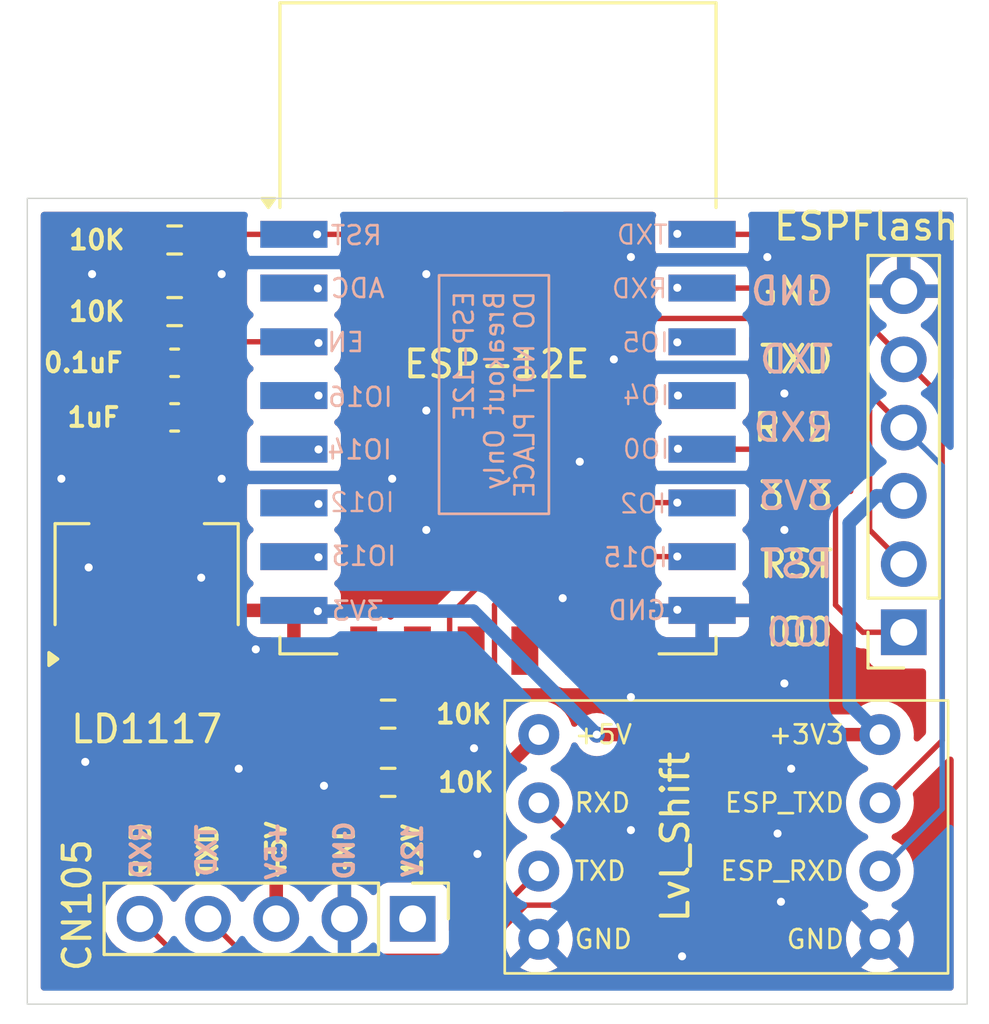
<source format=kicad_pcb>
(kicad_pcb (version 20240108) (generator "pcbnew") (generator_version "8.0")
  (layers (0 "F.Cu" signal) (31 "B.Cu" signal) (34 "B.Paste" user) (35 "F.Paste" user) (36 "B.SilkS" user "B.Silkscreen") (37 "F.SilkS" user "F.Silkscreen") (38 "B.Mask" user) (39 "F.Mask" user) (44 "Edge.Cuts" user))
  (net 0 "")
  (net 1 "GND")
  (net 2 "+3V3")
  (net 3 "/ESP_IO0")
  (net 4 "/RESET")
  (net 5 "/ESP_RXD")
  (net 6 "/ESP_TXD")
  (net 7 "/RXD")
  (net 8 "/TXD")
  (net 9 "+5V")
  (net 10 "+12V")
  (net 11 "/ESP_EN")
  (net 12 "/GPIO2")
  (net 13 "/GPIO15")
  (net 15 "/GPIO12")
  (net 16 "/GPIO13")
  (net 17 "/GPIO14")
  (net 21 "/GPIO5")
  (net 22 "/GPIO16")
  (net 24 "/ADC")
  (net 26 "/GPIO4")
  (footprint "Resistor_SMD:R_0603_1608Metric_Pad0.98x0.95mm_HandSolder" (layer "F.Cu") (at 130.3285 71.755)
    (property "Reference" "R2" (hide yes))
    (property "Value" "10K" (at -2.8975 0 0) (layer "F.SilkS") (effects (font (size 0.7 0.7))))
    (fp_line (start -0.254724 -0.5225) (end 0.254724 -0.5225) (stroke (width 0.12)) (layer "F.SilkS"))
    (fp_line (start -0.254724 0.5225) (end 0.254724 0.5225) (stroke (width 0.12)) (layer "F.SilkS"))
    (pad "1" smd roundrect (at -0.9125 0) (size 0.975 0.95) (layers "F.Cu" "F.Paste" "F.Mask") (net 2 "+3V3"))
    (pad "2" smd roundrect (at 0.9125 0) (size 0.975 0.95) (layers "F.Cu" "F.Paste" "F.Mask") (net 4 "/RESET"))
  )
  (footprint "Capacitor_SMD:C_0603_1608Metric_Pad1.08x0.95mm_HandSolder" (layer "F.Cu") (at 130.3285 78.359)
    (property "Reference" "C1" (hide yes))
    (property "Value" "1uF" (at -3.0245 0 0) (layer "F.SilkS") (effects (font (size 0.7 0.7))))
    (fp_line (start -0.146267 -0.51) (end 0.146267 -0.51) (stroke (width 0.12)) (layer "F.SilkS"))
    (fp_line (start -0.146267 0.51) (end 0.146267 0.51) (stroke (width 0.12)) (layer "F.SilkS"))
    (pad "1" smd roundrect (at -0.8625 0) (size 1.075 0.95) (layers "F.Cu" "F.Paste" "F.Mask") (net 2 "+3V3"))
    (pad "2" smd roundrect (at 0.8625 0) (size 1.075 0.95) (layers "F.Cu" "F.Paste" "F.Mask") (net 1 "GND"))
  )
  (footprint "libs:lvl_shift" (layer "F.Cu") (at 147.701 96.52)
    (property "Reference" "J2" (hide yes))
    (property "Value" "Lvl_Shift" (at 1.27 -2.54 90) (layer "F.SilkS"))
    (property "Field5" "+5V" (at -2.54 -6.35 0) (layer "F.SilkS") (effects (font (size 0.7 0.7) (thickness 0.1)) (justify left)))
    (property "Field6" "RXD" (at -2.54 -3.81 0) (layer "F.SilkS") (effects (font (size 0.7 0.7) (thickness 0.1)) (justify left)))
    (property "Field7" "TXD" (at -2.54 -1.27 0) (layer "F.SilkS") (effects (font (size 0.7 0.7) (thickness 0.1)) (justify left)))
    (property "Field8" "GND" (at -2.54 1.27 0) (layer "F.SilkS") (effects (font (size 0.7 0.7) (thickness 0.1)) (justify left)))
    (property "Field9" "+3V3" (at 7.62 -6.35 0) (layer "F.SilkS") (effects (font (size 0.7 0.7) (thickness 0.1)) (justify right)))
    (property "Field10" "ESP_TXD" (at 7.62 -3.81 0) (layer "F.SilkS") (effects (font (size 0.7 0.7) (thickness 0.1)) (justify right)))
    (property "Field11" "ESP_RXD" (at 7.62 -1.27 0) (layer "F.SilkS") (effects (font (size 0.7 0.7) (thickness 0.1)) (justify right)))
    (property "Field12" "GND" (at 7.62 1.27 0) (layer "F.SilkS") (effects (font (size 0.7 0.7) (thickness 0.1)) (justify right)))
    (fp_rect (start -5.08 -7.62) (end 11.43 2.54) (stroke (width 0.1)) (fill none) (layer "F.SilkS"))
    (pad "1" thru_hole circle (at -3.81 -6.35) (size 1.524 1.524) (drill 0.762) (layers "*.Cu" "*.Mask") (net 9 "+5V"))
    (pad "2" thru_hole circle (at 8.89 -6.35) (size 1.524 1.524) (drill 0.762) (layers "*.Cu" "*.Mask") (net 2 "+3V3"))
    (pad "3" thru_hole circle (at -3.81 -3.81) (size 1.524 1.524) (drill 0.762) (layers "*.Cu" "*.Mask") (net 7 "/RXD"))
    (pad "4" thru_hole circle (at 8.89 -3.81) (size 1.524 1.524) (drill 0.762) (layers "*.Cu" "*.Mask") (net 6 "/ESP_TXD"))
    (pad "5" thru_hole circle (at -3.81 -1.27) (size 1.524 1.524) (drill 0.762) (layers "*.Cu" "*.Mask") (net 8 "/TXD"))
    (pad "6" thru_hole circle (at 8.89 -1.27) (size 1.524 1.524) (drill 0.762) (layers "*.Cu" "*.Mask") (net 5 "/ESP_RXD"))
    (pad "7" thru_hole circle (at -3.81 1.27) (size 1.524 1.524) (drill 0.762) (layers "*.Cu" "*.Mask") (net 1 "GND"))
    (pad "8" thru_hole circle (at 8.89 1.27) (size 1.524 1.524) (drill 0.762) (layers "*.Cu" "*.Mask") (net 1 "GND"))
  )
  (footprint "Capacitor_SMD:C_0603_1608Metric_Pad1.08x0.95mm_HandSolder" (layer "F.Cu") (at 130.3285 76.327)
    (property "Reference" "C2" (hide yes))
    (property "Value" "0.1uF" (at -3.4025 0 0) (layer "F.SilkS") (effects (font (size 0.7 0.7))))
    (fp_line (start -0.146267 -0.51) (end 0.146267 -0.51) (stroke (width 0.12)) (layer "F.SilkS"))
    (fp_line (start -0.146267 0.51) (end 0.146267 0.51) (stroke (width 0.12)) (layer "F.SilkS"))
    (pad "1" smd roundrect (at -0.8625 0) (size 1.075 0.95) (layers "F.Cu" "F.Paste" "F.Mask") (net 2 "+3V3"))
    (pad "2" smd roundrect (at 0.8625 0) (size 1.075 0.95) (layers "F.Cu" "F.Paste" "F.Mask") (net 1 "GND"))
  )
  (footprint "Resistor_SMD:R_0603_1608Metric_Pad0.98x0.95mm_HandSolder" (layer "F.Cu") (at 130.3285 74.422)
    (property "Reference" "R1" (hide yes))
    (property "Value" "10K" (at -2.8975 0 0) (layer "F.SilkS") (effects (font (size 0.7 0.7))))
    (fp_line (start -0.254724 -0.5225) (end 0.254724 -0.5225) (stroke (width 0.12)) (layer "F.SilkS"))
    (fp_line (start -0.254724 0.5225) (end 0.254724 0.5225) (stroke (width 0.12)) (layer "F.SilkS"))
    (pad "1" smd roundrect (at -0.9125 0) (size 0.975 0.95) (layers "F.Cu" "F.Paste" "F.Mask") (net 2 "+3V3"))
    (pad "2" smd roundrect (at 0.9125 0) (size 0.975 0.95) (layers "F.Cu" "F.Paste" "F.Mask") (net 11 "/ESP_EN"))
  )
  (footprint "Package_TO_SOT_SMD:SOT-223-3_TabPin2" (layer "F.Cu") (at 129.286 84.226 90)
    (property "Reference" "U3" (hide yes))
    (property "Value" "LD1117" (at -5.74 0 180) (layer "F.SilkS"))
    (fp_line (start 1.91 -3.41) (end 1.91 -2.15) (stroke (width 0.12)) (layer "F.SilkS"))
    (fp_line (start -1.85 -3.41) (end 1.91 -3.41) (stroke (width 0.12)) (layer "F.SilkS"))
    (fp_line (start 1.91 3.41) (end 1.91 2.15) (stroke (width 0.12)) (layer "F.SilkS"))
    (fp_line (start -1.85 3.41) (end 1.91 3.41) (stroke (width 0.12)) (layer "F.SilkS"))
    (fp_poly (pts (xy -3.13 -3.31) (xy -3.37 -3.64) (xy -2.89 -3.64) (xy -3.13 -3.31)) (stroke (width 0.12)) (fill solid) (layer "F.SilkS"))
    (pad "1" smd roundrect (at -3.15 -2.3 90) (size 2 1.5) (layers "F.Cu" "F.Paste" "F.Mask") (net 1 "GND"))
    (pad "2" smd roundrect (at -3.15 0 90) (size 2 1.5) (layers "F.Cu" "F.Paste" "F.Mask") (net 2 "+3V3"))
    (pad "2" smd roundrect (at 3.15 0 90) (size 2 3.8) (layers "F.Cu" "F.Paste" "F.Mask") (net 2 "+3V3"))
    (pad "3" smd roundrect (at -3.15 2.3 90) (size 2 1.5) (layers "F.Cu" "F.Paste" "F.Mask") (net 9 "+5V"))
  )
  (footprint "Resistor_SMD:R_0603_1608Metric_Pad0.98x0.95mm_HandSolder" (layer "F.Cu") (at 138.2795 89.408)
    (property "Reference" "R3" (hide yes))
    (property "Value" "10K" (at 2.8175 0 0) (layer "F.SilkS") (effects (font (size 0.7 0.7))))
    (fp_line (start -0.254724 -0.5225) (end 0.254724 -0.5225) (stroke (width 0.12)) (layer "F.SilkS"))
    (fp_line (start -0.254724 0.5225) (end 0.254724 0.5225) (stroke (width 0.12)) (layer "F.SilkS"))
    (pad "1" smd roundrect (at -0.9125 0) (size 0.975 0.95) (layers "F.Cu" "F.Paste" "F.Mask") (net 2 "+3V3"))
    (pad "2" smd roundrect (at 0.9125 0) (size 0.975 0.95) (layers "F.Cu" "F.Paste" "F.Mask") (net 12 "/GPIO2"))
  )
  (footprint "Connector_PinHeader_2.54mm:PinHeader_1x05_P2.54mm_Vertical" (layer "F.Cu") (at 139.192 97.028 -90)
    (property "Reference" "J3" (hide yes))
    (property "Value" "CN105" (at -0.508 12.49 90) (layer "F.SilkS"))
    (property "Field5" "12V" (at -2.54 0 90) (layer "F.SilkS") (effects (font (size 0.7 0.7))))
    (property "Field6" "12V" (at -2.54 0 90) (layer "B.SilkS") (effects (font (size 0.7 0.7)) (justify mirror)))
    (property "Field7" "GND" (at -2.54 2.54 90) (layer "F.SilkS") (effects (font (size 0.7 0.7))))
    (property "Field8" "GND" (at -2.54 2.54 90) (layer "B.SilkS") (effects (font (size 0.7 0.7)) (justify mirror)))
    (property "Field9" "+5V" (at -2.54 5.08 90) (layer "F.SilkS") (effects (font (size 0.7 0.7))))
    (property "Field10" "+5V" (at -2.54 5.08 90) (layer "B.SilkS") (effects (font (size 0.7 0.7)) (justify mirror)))
    (property "Field11" "TXD" (at -2.54 7.62 90) (layer "F.SilkS") (effects (font (size 0.7 0.7))))
    (property "Field12" "TXD" (at -2.54 7.68 90) (layer "B.SilkS") (effects (font (size 0.7 0.7)) (justify mirror)))
    (property "Field13" "RXD" (at -2.54 10.12 90) (layer "F.SilkS") (effects (font (size 0.7 0.7))))
    (property "Field14" "RXD" (at -2.54 10.12 90) (layer "B.SilkS") (effects (font (size 0.7 0.7)) (justify mirror)))
    (fp_line (start -1.33 11.49) (end 1.33 11.49) (stroke (width 0.12)) (layer "F.SilkS"))
    (fp_line (start -1.33 1.27) (end -1.33 11.49) (stroke (width 0.12)) (layer "F.SilkS"))
    (fp_line (start -1.33 1.27) (end 1.33 1.27) (stroke (width 0.12)) (layer "F.SilkS"))
    (fp_line (start 1.33 1.27) (end 1.33 11.49) (stroke (width 0.12)) (layer "F.SilkS"))
    (fp_line (start -1.33 0) (end -1.33 -1.33) (stroke (width 0.12)) (layer "F.SilkS"))
    (fp_line (start -1.33 -1.33) (end 0 -1.33) (stroke (width 0.12)) (layer "F.SilkS"))
    (pad "1" thru_hole rect (at 0 0 270) (size 1.7 1.7) (drill 1) (layers "*.Cu" "*.Mask") (net 10 "+12V"))
    (pad "2" thru_hole oval (at 0 2.54 270) (size 1.7 1.7) (drill 1) (layers "*.Cu" "*.Mask") (net 1 "GND"))
    (pad "3" thru_hole oval (at 0 5.08 270) (size 1.7 1.7) (drill 1) (layers "*.Cu" "*.Mask") (net 9 "+5V"))
    (pad "4" thru_hole oval (at 0 7.62 270) (size 1.7 1.7) (drill 1) (layers "*.Cu" "*.Mask") (net 8 "/TXD"))
    (pad "5" thru_hole oval (at 0 10.16 270) (size 1.7 1.7) (drill 1) (layers "*.Cu" "*.Mask") (net 7 "/RXD"))
  )
  (footprint "Resistor_SMD:R_0603_1608Metric_Pad0.98x0.95mm_HandSolder" (layer "F.Cu") (at 138.2795 91.948 180)
    (property "Reference" "R4" (hide yes))
    (property "Value" "10K" (at -2.8975 0 0) (layer "F.SilkS") (effects (font (size 0.7 0.7))))
    (fp_line (start -0.254724 0.5225) (end 0.254724 0.5225) (stroke (width 0.12)) (layer "F.SilkS"))
    (fp_line (start -0.254724 -0.5225) (end 0.254724 -0.5225) (stroke (width 0.12)) (layer "F.SilkS"))
    (pad "1" smd roundrect (at -0.9125 0 180) (size 0.975 0.95) (layers "F.Cu" "F.Paste" "F.Mask") (net 1 "GND"))
    (pad "2" smd roundrect (at 0.9125 0 180) (size 0.975 0.95) (layers "F.Cu" "F.Paste" "F.Mask") (net 13 "/GPIO15"))
  )
  (footprint "libs:ESP-12E" (layer "F.Cu") (at 142.37 75.045)
    (property "Reference" "U1" (hide yes))
    (property "Value" "ESP-12E" (at -0.048 1.332 0) (layer "F.SilkS"))
    (fp_line (start -8.12 -12.12) (end 8.12 -12.12) (stroke (width 0.12)) (layer "F.SilkS"))
    (fp_line (start -8.12 -4.5) (end -8.12 -12.12) (stroke (width 0.12)) (layer "F.SilkS"))
    (fp_line (start -8.12 12.12) (end -8.12 11.5) (stroke (width 0.12)) (layer "F.SilkS"))
    (fp_line (start -6 12.12) (end -8.12 12.12) (stroke (width 0.12)) (layer "F.SilkS"))
    (fp_line (start 8.12 -12.12) (end 8.12 -4.5) (stroke (width 0.12)) (layer "F.SilkS"))
    (fp_line (start 8.12 11.5) (end 8.12 12.12) (stroke (width 0.12)) (layer "F.SilkS"))
    (fp_line (start 8.12 12.12) (end 6 12.12) (stroke (width 0.12)) (layer "F.SilkS"))
    (fp_poly (pts (xy -8.55 -4.5) (xy -8.79 -4.836) (xy -8.31 -4.836) (xy -8.55 -4.5)) (stroke (width 0.12)) (fill solid) (layer "F.SilkS"))
    (fp_text user "IO4" (at 6.44 2.91 0) (layer "B.SilkS") (effects (font (size 0.7 0.7) (thickness 0.0875)) (justify left bottom mirror)))
    (fp_text user "3V3" (at -6.25 10.93 0) (layer "B.SilkS") (effects (font (size 0.7 0.7) (thickness 0.1)) (justify right bottom mirror)))
    (fp_text user "RST" (at -6.29 -3.05 0) (layer "B.SilkS") (effects (font (size 0.7 0.7) (thickness 0.1)) (justify right bottom mirror)))
    (fp_text user "IO13" (at -6.26 8.89 0) (layer "B.SilkS") (effects (font (size 0.7 0.7) (thickness 0.1)) (justify right bottom mirror)))
    (fp_text user "TXD" (at 6.38 -3.07 0) (layer "B.SilkS") (effects (font (size 0.7 0.7) (thickness 0.0875)) (justify left bottom mirror)))
    (fp_text user "ADC" (at -6.29 -1.08 0) (layer "B.SilkS") (effects (font (size 0.7 0.7) (thickness 0.1)) (justify right bottom mirror)))
    (fp_text user "IO0" (at 6.44 4.91 0) (layer "B.SilkS") (effects (font (size 0.7 0.7) (thickness 0.0875)) (justify left bottom mirror)))
    (fp_text user "IO5" (at 6.42 0.94 0) (layer "B.SilkS") (effects (font (size 0.7 0.7) (thickness 0.0875)) (justify left bottom mirror)))
    (fp_text user "EN" (at -6.42 0.93 0) (layer "B.SilkS") (effects (font (size 0.7 0.7) (thickness 0.1)) (justify right bottom mirror)))
    (fp_text user "IO14" (at -6.42 4.93 0) (layer "B.SilkS") (effects (font (size 0.7 0.7) (thickness 0.1)) (justify right bottom mirror)))
    (fp_text user "GND" (at 6.31 10.91 0) (layer "B.SilkS") (effects (font (size 0.7 0.7) (thickness 0.1)) (justify left bottom mirror)))
    (fp_text user "IO15" (at 6.39 8.94 0) (layer "B.SilkS") (effects (font (size 0.7 0.7) (thickness 0.1)) (justify left bottom mirror)))
    (fp_text user "IO16" (at -6.39 2.97 0) (layer "B.SilkS") (effects (font (size 0.7 0.7) (thickness 0.1)) (justify right bottom mirror)))
    (fp_text user "IO12" (at -6.31 6.89 0) (layer "B.SilkS") (effects (font (size 0.7 0.7) (thickness 0.0875)) (justify right bottom mirror)))
    (fp_text user "IO2" (at 6.33 6.94 0) (layer "B.SilkS") (effects (font (size 0.7 0.7) (thickness 0.0875)) (justify left bottom mirror)))
    (fp_text user "RXD" (at 6.36 -1.07 0) (layer "B.SilkS") (effects (font (size 0.7 0.7) (thickness 0.0875)) (justify left bottom mirror)))
    (fp_text_box "ESP-12E\nBreakout Only\nDO NOT PLACE" (start -2.195 -1.975) (end 1.895 6.905) (angle 90) (layer "B.SilkS") (effects (font (size 0.7 0.7) (thickness 0.1)) (justify left top mirror)) (border yes) (stroke (width 0.1)))
    (pad "1" smd rect (at -7.6 -3.5) (size 2.5 1) (layers "F.Cu" "F.Paste" "F.Mask") (net 4 "/RESET"))
    (pad "1" smd rect (at -7.6 -3.5) (size 2.5 1) (layers "B.Cu" "B.Paste" "B.Mask") (net 4 "/RESET"))
    (pad "2" smd rect (at -7.6 -1.5) (size 2.5 1) (layers "F.Cu" "F.Paste" "F.Mask") (net 24 "/ADC"))
    (pad "2" smd rect (at -7.6 -1.5) (size 2.5 1) (layers "B.Cu" "B.Paste" "B.Mask") (net 24 "/ADC"))
    (pad "3" smd rect (at -7.6 0.5) (size 2.5 1) (layers "F.Cu" "F.Paste" "F.Mask") (net 11 "/ESP_EN"))
    (pad "3" smd rect (at -7.6 0.5) (size 2.5 1) (layers "B.Cu" "B.Paste" "B.Mask") (net 11 "/ESP_EN"))
    (pad "4" smd rect (at -7.6 2.5) (size 2.5 1) (layers "F.Cu" "F.Paste" "F.Mask") (net 22 "/GPIO16"))
    (pad "4" smd rect (at -7.6 2.5) (size 2.5 1) (layers "B.Cu" "B.Paste" "B.Mask") (net 22 "/GPIO16"))
    (pad "5" smd rect (at -7.6 4.5) (size 2.5 1) (layers "F.Cu" "F.Paste" "F.Mask") (net 17 "/GPIO14"))
    (pad "5" smd rect (at -7.6 4.5) (size 2.5 1) (layers "B.Cu" "B.Paste" "B.Mask") (net 17 "/GPIO14"))
    (pad "6" smd rect (at -7.6 6.5) (size 2.5 1) (layers "F.Cu" "F.Paste" "F.Mask") (net 15 "/GPIO12"))
    (pad "6" smd rect (at -7.6 6.5) (size 2.5 1) (layers "B.Cu" "B.Paste" "B.Mask") (net 15 "/GPIO12"))
    (pad "7" smd rect (at -7.6 8.5) (size 2.5 1) (layers "F.Cu" "F.Paste" "F.Mask") (net 16 "/GPIO13"))
    (pad "7" smd rect (at -7.6 8.5) (size 2.5 1) (layers "B.Cu" "B.Paste" "B.Mask") (net 16 "/GPIO13"))
    (pad "8" smd rect (at -7.6 10.5) (size 2.5 1) (layers "F.Cu" "F.Paste" "F.Mask") (net 2 "+3V3"))
    (pad "8" smd rect (at -7.6 10.5) (size 2.5 1) (layers "B.Cu" "B.Paste" "B.Mask") (net 2 "+3V3"))
    (pad "9" smd rect (at -5 12) (size 1 1.8) (layers "F.Cu" "F.Paste" "F.Mask"))
    (pad "10" smd rect (at -3 12) (size 1 1.8) (layers "F.Cu" "F.Paste" "F.Mask"))
    (pad "11" smd rect (at -1 12) (size 1 1.8) (layers "F.Cu" "F.Paste" "F.Mask"))
    (pad "12" smd rect (at 1 12) (size 1 1.8) (layers "F.Cu" "F.Paste" "F.Mask"))
    (pad "13" smd rect (at 3 12) (size 1 1.8) (layers "F.Cu" "F.Paste" "F.Mask"))
    (pad "14" smd rect (at 5 12) (size 1 1.8) (layers "F.Cu" "F.Paste" "F.Mask"))
    (pad "15" smd rect (at 7.6 10.5) (size 2.5 1) (layers "F.Cu" "F.Paste" "F.Mask") (net 1 "GND"))
    (pad "15" smd rect (at 7.6 10.5) (size 2.5 1) (layers "B.Cu" "B.Paste" "B.Mask") (net 1 "GND"))
    (pad "16" smd rect (at 7.6 8.5) (size 2.5 1) (layers "F.Cu" "F.Paste" "F.Mask") (net 13 "/GPIO15"))
    (pad "16" smd rect (at 7.6 8.5) (size 2.5 1) (layers "B.Cu" "B.Paste" "B.Mask") (net 13 "/GPIO15"))
    (pad "17" smd rect (at 7.6 6.5) (size 2.5 1) (layers "F.Cu" "F.Paste" "F.Mask") (net 12 "/GPIO2"))
    (pad "17" smd rect (at 7.6 6.5) (size 2.5 1) (layers "B.Cu" "B.Paste" "B.Mask") (net 12 "/GPIO2"))
    (pad "18" smd rect (at 7.6 4.5) (size 2.5 1) (layers "F.Cu" "F.Paste" "F.Mask") (net 3 "/ESP_IO0"))
    (pad "18" smd rect (at 7.6 4.5) (size 2.5 1) (layers "B.Cu" "B.Paste" "B.Mask") (net 3 "/ESP_IO0"))
    (pad "19" smd rect (at 7.6 2.5) (size 2.5 1) (layers "F.Cu" "F.Paste" "F.Mask") (net 26 "/GPIO4"))
    (pad "19" smd rect (at 7.6 2.5) (size 2.5 1) (layers "B.Cu" "B.Paste" "B.Mask") (net 26 "/GPIO4"))
    (pad "20" smd rect (at 7.6 0.5) (size 2.5 1) (layers "F.Cu" "F.Paste" "F.Mask") (net 21 "/GPIO5"))
    (pad "20" smd rect (at 7.6 0.5) (size 2.5 1) (layers "B.Cu" "B.Paste" "B.Mask") (net 21 "/GPIO5"))
    (pad "21" smd rect (at 7.6 -1.5) (size 2.5 1) (layers "F.Cu" "F.Paste" "F.Mask") (net 5 "/ESP_RXD"))
    (pad "21" smd rect (at 7.6 -1.5) (size 2.5 1) (layers "B.Cu" "B.Paste" "B.Mask") (net 5 "/ESP_RXD"))
    (pad "22" smd rect (at 7.6 -3.5) (size 2.5 1) (layers "F.Cu" "F.Paste" "F.Mask") (net 6 "/ESP_TXD"))
    (pad "22" smd rect (at 7.6 -3.5) (size 2.5 1) (layers "B.Cu" "B.Paste" "B.Mask") (net 6 "/ESP_TXD"))
    (zone (net 0) (net_name "") (layers "*.Cu") (connect_pads (clearance 0)) (min_thickness 0.254)
      (keepout (tracks not_allowed) (vias not_allowed) (pads not_allowed) (copperpour not_allowed) (footprints not_allowed))
      (fill (thermal_gap 0.508) (thermal_bridge_width 0.508))
      (polygon (pts (xy 134.25 70.245) (xy 150.49 70.245) (xy 150.49 62.925) (xy 134.25 62.925)))
    )
  )
  (footprint "libs:ESPFlash" (layer "F.Cu") (at 157.48 86.36 180)
    (property "Reference" "J1" (hide yes))
    (property "Value" "ESPFlash" (at 1.397 15.113 0) (layer "F.SilkS"))
    (property "Field5" "IO0" (at 2.54 0 0) (layer "F.SilkS") (effects (justify right)))
    (property "Field6" "IO0" (at 2.54 0 0) (layer "B.SilkS") (effects (justify left mirror)))
    (property "Field7" "RST" (at 2.54 2.54 0) (layer "F.SilkS") (effects (justify right)))
    (property "Field8" "RST" (at 2.54 2.54 0) (layer "B.SilkS") (effects (justify left mirror)))
    (property "Field9" "RXD" (at 2.54 7.62 0) (layer "F.SilkS") (effects (justify right)))
    (property "Field10" "RXD" (at 2.54 7.62 0) (layer "B.SilkS") (effects (justify left mirror)))
    (property "Field11" "TXD" (at 2.54 10.16 0) (layer "F.SilkS") (effects (justify right)))
    (property "Field12" "TXD" (at 2.54 10.16 0) (layer "B.SilkS") (effects (justify left mirror)))
    (property "Field13" "GND" (at 2.54 12.7 0) (layer "F.SilkS") (effects (justify right)))
    (property "Field14" "GND" (at 2.54 12.7 0) (layer "B.SilkS") (effects (justify left mirror)))
    (property "Field15" "3V3" (at 2.54 5.08 0) (layer "F.SilkS") (effects (justify right)))
    (property "Field16" "3V3" (at 2.54 5.08 0) (layer "B.SilkS") (effects (justify left mirror)))
    (fp_line (start 1.33 1.27) (end 1.33 14.03) (stroke (width 0.12)) (layer "F.SilkS"))
    (fp_line (start 1.33 -1.33) (end 1.33 0) (stroke (width 0.12)) (layer "F.SilkS"))
    (fp_line (start 0 -1.33) (end 1.33 -1.33) (stroke (width 0.12)) (layer "F.SilkS"))
    (fp_line (start -1.33 14.03) (end 1.33 14.03) (stroke (width 0.12)) (layer "F.SilkS"))
    (fp_line (start -1.33 1.27) (end 1.33 1.27) (stroke (width 0.12)) (layer "F.SilkS"))
    (fp_line (start -1.33 1.27) (end -1.33 14.03) (stroke (width 0.12)) (layer "F.SilkS"))
    (pad "1" thru_hole rect (at 0 0 180) (size 1.7 1.7) (drill 1) (layers "*.Cu" "*.Mask") (net 3 "/ESP_IO0"))
    (pad "2" thru_hole oval (at 0 2.54 180) (size 1.7 1.7) (drill 1) (layers "*.Cu" "*.Mask") (net 4 "/RESET"))
    (pad "3" thru_hole oval (at 0 5.08 180) (size 1.7 1.7) (drill 1) (layers "*.Cu" "*.Mask") (net 2 "+3V3"))
    (pad "4" thru_hole oval (at 0 7.62 180) (size 1.7 1.7) (drill 1) (layers "*.Cu" "*.Mask") (net 5 "/ESP_RXD"))
    (pad "5" thru_hole oval (at 0 10.16 180) (size 1.7 1.7) (drill 1) (layers "*.Cu" "*.Mask") (net 6 "/ESP_TXD"))
    (pad "6" thru_hole oval (at 0 12.7 180) (size 1.7 1.7) (drill 1) (layers "*.Cu" "*.Mask") (net 1 "GND"))
  )
  (gr_rect (start 124.841 70.205) (end 159.841 100.205) (stroke (width 0.05)) (fill none) (layer "Edge.Cuts"))
  (via (at 153.035 88.265) (size 0.6) (drill 0.3) (layers "F.Cu" "B.Cu") (net 1))
  (via (at 139.7 73.025) (size 0.6) (drill 0.3) (layers "F.Cu" "B.Cu") (net 1))
  (via (at 132.715 91.44) (size 0.6) (drill 0.3) (layers "F.Cu" "B.Cu") (net 1))
  (via (at 139.7 82.55) (size 0.6) (drill 0.3) (layers "F.Cu" "B.Cu") (net 1))
  (via (at 127.127 83.947) (size 0.6) (drill 0.3) (layers "F.Cu" "B.Cu") (net 1))
  (via (at 152.781 93.853) (size 0.6) (drill 0.3) (layers "F.Cu" "B.Cu") (net 1))
  (via (at 141.478 90.678) (size 0.6) (drill 0.3) (layers "F.Cu" "B.Cu") (net 1))
  (via (at 149.0472 85.5218) (size 0.6) (drill 0.3) (layers "F.Cu" "B.Cu") (net 1))
  (via (at 126.111 80.645) (size 0.6) (drill 0.3) (layers "F.Cu" "B.Cu") (net 1))
  (via (at 147.32 72.39) (size 0.6) (drill 0.3) (layers "F.Cu" "B.Cu") (net 1))
  (via (at 138.43 80.645) (size 0.6) (drill 0.3) (layers "F.Cu" "B.Cu") (net 1))
  (via (at 153.035 77.47) (size 0.6) (drill 0.3) (layers "F.Cu" "B.Cu") (net 1))
  (via (at 145.415 80.01) (size 0.6) (drill 0.3) (layers "F.Cu" "B.Cu") (net 1))
  (via (at 149.225 98.425) (size 0.6) (drill 0.3) (layers "F.Cu" "B.Cu") (net 1))
  (via (at 152.908 96.393) (size 0.6) (drill 0.3) (layers "F.Cu" "B.Cu") (net 1))
  (via (at 139.7 78.105) (size 0.6) (drill 0.3) (layers "F.Cu" "B.Cu") (net 1))
  (via (at 153.289 91.44) (size 0.6) (drill 0.3) (layers "F.Cu" "B.Cu") (net 1))
  (via (at 147.32 88.773) (size 0.6) (drill 0.3) (layers "F.Cu" "B.Cu") (net 1))
  (via (at 127 91.186) (size 0.6) (drill 0.3) (layers "F.Cu" "B.Cu") (net 1))
  (via (at 131.318 84.328) (size 0.6) (drill 0.3) (layers "F.Cu" "B.Cu") (net 1))
  (via (at 127.254 73.025) (size 0.6) (drill 0.3) (layers "F.Cu" "B.Cu") (net 1))
  (via (at 135.89 92.075) (size 0.6) (drill 0.3) (layers "F.Cu" "B.Cu") (net 1))
  (via (at 144.78 85.09) (size 0.6) (drill 0.3) (layers "F.Cu" "B.Cu") (net 1))
  (via (at 133.35 86.995) (size 0.6) (drill 0.3) (layers "F.Cu" "B.Cu") (net 1))
  (via (at 146.685 76.2) (size 0.6) (drill 0.3) (layers "F.Cu" "B.Cu") (net 1))
  (via (at 132.08 73.025) (size 0.6) (drill 0.3) (layers "F.Cu" "B.Cu") (net 1))
  (via (at 147.32 93.726) (size 0.6) (drill 0.3) (layers "F.Cu" "B.Cu") (net 1))
  (via (at 152.4 72.39) (size 0.6) (drill 0.3) (layers "F.Cu" "B.Cu") (net 1))
  (via (at 141.605 94.615) (size 0.6) (drill 0.3) (layers "F.Cu" "B.Cu") (net 1))
  (via (at 153.035 82.55) (size 0.6) (drill 0.3) (layers "F.Cu" "B.Cu") (net 1))
  (via (at 132.08 80.645) (size 0.6) (drill 0.3) (layers "F.Cu" "B.Cu") (net 1))
  (segment (start 132.13 80.595) (end 138.38 80.595) (width 0.5) (layer "B.Cu") (net 1))
  (segment (start 153.035 82.55) (end 153.035 81.96) (width 0.5) (layer "B.Cu") (net 1))
  (segment (start 152.295 72.495) (end 147.425 72.495) (width 0.5) (layer "B.Cu") (net 1))
  (segment (start 146 80.595) (end 145.415 80.01) (width 0.5) (layer "B.Cu") (net 1))
  (segment (start 132.51 72.595) (end 139.27 72.595) (width 0.5) (layer "B.Cu") (net 1))
  (segment (start 146.98 76.495) (end 152.06 76.495) (width 0.5) (layer "B.Cu") (net 1))
  (segment (start 132.08 73.025) (end 132.51 72.595) (width 0.5) (layer "B.Cu") (net 1))
  (segment (start 151.67 80.595) (end 146 80.595) (width 0.5) (layer "B.Cu") (net 1))
  (segment (start 138.38 80.595) (end 138.43 80.645) (width 0.5) (layer "B.Cu") (net 1))
  (segment (start 139.27 72.595) (end 139.7 73.025) (width 0.5) (layer "B.Cu") (net 1))
  (segment (start 147.425 72.495) (end 147.32 72.39) (width 0.5) (layer "B.Cu") (net 1))
  (segment (start 153.035 81.96) (end 151.67 80.595) (width 0.5) (layer "B.Cu") (net 1))
  (segment (start 152.4 72.39) (end 152.295 72.495) (width 0.5) (layer "B.Cu") (net 1))
  (segment (start 146.685 76.2) (end 146.98 76.495) (width 0.5) (layer "B.Cu") (net 1))
  (segment (start 152.06 76.495) (end 153.035 77.47) (width 0.5) (layer "B.Cu") (net 1))
  (segment (start 132.08 80.645) (end 132.13 80.595) (width 0.5) (layer "B.Cu") (net 1))
  (segment (start 146.05 90.17) (end 156.591 90.17) (width 0.5) (layer "F.Cu") (net 2))
  (segment (start 136.144 89.408) (end 137.367 89.408) (width 0.5) (layer "F.Cu") (net 2))
  (segment (start 129.286 87.376) (end 129.286 86.995) (width 0.5) (layer "F.Cu") (net 2))
  (segment (start 134.77 85.545) (end 134.77 88.034) (width 0.5) (layer "F.Cu") (net 2))
  (segment (start 130.736 85.545) (end 134.77 85.545) (width 0.5) (layer "F.Cu") (net 2))
  (segment (start 129.466 80.896) (end 129.286 81.076) (width 0.5) (layer "F.Cu") (net 2))
  (segment (start 129.466 76.327) (end 129.466 74.472) (width 0.5) (layer "F.Cu") (net 2))
  (segment (start 129.286 81.076) (end 129.286 87.376) (width 0.5) (layer "F.Cu") (net 2))
  (segment (start 129.416 74.422) (end 129.416 71.755) (width 0.5) (layer "F.Cu") (net 2))
  (segment (start 129.466 78.359) (end 129.466 76.327) (width 0.5) (layer "F.Cu") (net 2))
  (segment (start 134.77 88.034) (end 136.144 89.408) (width 0.5) (layer "F.Cu") (net 2))
  (segment (start 129.466 78.359) (end 129.466 80.896) (width 0.5) (layer "F.Cu") (net 2))
  (segment (start 129.286 86.995) (end 130.736 85.545) (width 0.5) (layer "F.Cu") (net 2))
  (segment (start 129.466 74.472) (end 129.416 74.422) (width 0.5) (layer "F.Cu") (net 2))
  (via (at 135.6614 85.5726) (size 0.6) (drill 0.3) (layers "F.Cu" "B.Cu") (net 2))
  (via (at 146.05 90.17) (size 0.6) (drill 0.3) (layers "F.Cu" "B.Cu") (net 2))
  (segment (start 157.48 81.28) (end 156.464 81.28) (width 0.5) (layer "B.Cu") (net 2))
  (segment (start 141.4526 85.5726) (end 146.05 90.17) (width 0.5) (layer "B.Cu") (net 2))
  (segment (start 155.448 89.027) (end 156.591 90.17) (width 0.5) (layer "B.Cu") (net 2))
  (segment (start 135.6614 85.5726) (end 141.4526 85.5726) (width 0.5) (layer "B.Cu") (net 2))
  (segment (start 155.448 82.296) (end 155.448 89.027) (width 0.5) (layer "B.Cu") (net 2))
  (segment (start 156.464 81.28) (end 155.448 82.296) (width 0.5) (layer "B.Cu") (net 2))
  (segment (start 154.94 81.577) (end 154.94 85.344) (width 0.2) (layer "F.Cu") (net 3))
  (segment (start 154.94 85.344) (end 155.956 86.36) (width 0.2) (layer "F.Cu") (net 3))
  (segment (start 155.956 86.36) (end 157.48 86.36) (width 0.2) (layer "F.Cu") (net 3))
  (segment (start 152.908 79.545) (end 154.94 81.577) (width 0.2) (layer "F.Cu") (net 3))
  (segment (start 149.97 79.545) (end 152.908 79.545) (width 0.2) (layer "F.Cu") (net 3))
  (via (at 149.0726 79.5274) (size 0.6) (drill 0.3) (layers "F.Cu" "B.Cu") (net 3))
  (segment (start 131.451 71.545) (end 131.241 71.755) (width 0.2) (layer "F.Cu") (net 4))
  (segment (start 134.56 71.755) (end 134.77 71.545) (width 0.2) (layer "F.Cu") (net 4))
  (segment (start 156.21 78.105) (end 156.21 82.55) (width 0.2) (layer "F.Cu") (net 4))
  (segment (start 144.697 71.545) (end 147.828 74.676) (width 0.2) (layer "F.Cu") (net 4))
  (segment (start 147.828 74.676) (end 152.781 74.676) (width 0.2) (layer "F.Cu") (net 4))
  (segment (start 134.77 71.545) (end 135.636 71.545) (width 0.2) (layer "F.Cu") (net 4))
  (segment (start 135.636 71.545) (end 144.697 71.545) (width 0.2) (layer "F.Cu") (net 4))
  (segment (start 156.21 82.55) (end 157.48 83.82) (width 0.2) (layer "F.Cu") (net 4))
  (segment (start 134.77 71.545) (end 131.451 71.545) (width 0.2) (layer "F.Cu") (net 4))
  (segment (start 152.781 74.676) (end 156.21 78.105) (width 0.2) (layer "F.Cu") (net 4))
  (via (at 135.636 71.545) (size 0.6) (drill 0.3) (layers "F.Cu" "B.Cu") (net 4))
  (segment (start 149.97 73.545) (end 152.285 73.545) (width 0.2) (layer "F.Cu") (net 5))
  (segment (start 152.285 73.545) (end 157.48 78.74) (width 0.2) (layer "F.Cu") (net 5))
  (via (at 149.0472 73.533) (size 0.6) (drill 0.3) (layers "F.Cu" "B.Cu") (net 5))
  (segment (start 158.912 92.929) (end 158.912 80.172) (width 0.2) (layer "B.Cu") (net 5))
  (segment (start 156.591 95.25) (end 158.912 92.929) (width 0.2) (layer "B.Cu") (net 5))
  (segment (start 158.912 80.172) (end 157.48 78.74) (width 0.2) (layer "B.Cu") (net 5))
  (segment (start 156.591 92.71) (end 158.912 90.389) (width 0.2) (layer "F.Cu") (net 6))
  (segment (start 152.825 71.545) (end 157.48 76.2) (width 0.2) (layer "F.Cu") (net 6))
  (segment (start 158.912 90.389) (end 158.912 77.632) (width 0.2) (layer "F.Cu") (net 6))
  (segment (start 149.97 71.545) (end 152.825 71.545) (width 0.2) (layer "F.Cu") (net 6))
  (segment (start 158.912 77.632) (end 157.48 76.2) (width 0.2) (layer "F.Cu") (net 6))
  (via (at 149.0472 71.5264) (size 0.6) (drill 0.3) (layers "F.Cu" "B.Cu") (net 6))
  (segment (start 130.972 98.968) (end 129.032 97.028) (width 0.2) (layer "F.Cu") (net 7))
  (segment (start 145.0975 96.52) (end 143.418 96.52) (width 0.2) (layer "F.Cu") (net 7))
  (segment (start 140.97 98.968) (end 130.972 98.968) (width 0.2) (layer "F.Cu") (net 7))
  (segment (start 145.6055 96.012) (end 145.0975 96.52) (width 0.2) (layer "F.Cu") (net 7))
  (segment (start 143.418 96.52) (end 140.97 98.968) (width 0.2) (layer "F.Cu") (net 7))
  (segment (start 145.6055 94.4245) (end 145.6055 96.012) (width 0.2) (layer "F.Cu") (net 7))
  (segment (start 143.891 92.71) (end 145.6055 94.4245) (width 0.2) (layer "F.Cu") (net 7))
  (segment (start 132.969 98.425) (end 131.572 97.028) (width 0.2) (layer "F.Cu") (net 8))
  (segment (start 143.891 95.25) (end 140.716 98.425) (width 0.2) (layer "F.Cu") (net 8))
  (segment (start 140.716 98.425) (end 132.969 98.425) (width 0.2) (layer "F.Cu") (net 8))
  (segment (start 140.081 93.98) (end 143.891 90.17) (width 0.5) (layer "F.Cu") (net 9))
  (segment (start 134.112 94.996) (end 135.128 93.98) (width 0.5) (layer "F.Cu") (net 9))
  (segment (start 131.586 87.376) (end 131.586 87.898) (width 0.5) (layer "F.Cu") (net 9))
  (segment (start 131.586 87.898) (end 134.112 90.424) (width 0.5) (layer "F.Cu") (net 9))
  (segment (start 134.112 97.028) (end 134.112 90.424) (width 0.5) (layer "F.Cu") (net 9))
  (segment (start 134.112 97.028) (end 134.112 94.996) (width 0.5) (layer "F.Cu") (net 9))
  (segment (start 135.128 93.98) (end 140.081 93.98) (width 0.5) (layer "F.Cu") (net 9))
  (segment (start 131.572 74.422) (end 132.695 75.545) (width 0.2) (layer "F.Cu") (net 11))
  (segment (start 132.695 75.545) (end 134.77 75.545) (width 0.2) (layer "F.Cu") (net 11))
  (segment (start 131.241 74.422) (end 131.572 74.422) (width 0.2) (layer "F.Cu") (net 11))
  (via (at 135.6868 75.5904) (size 0.6) (drill 0.3) (layers "F.Cu" "B.Cu") (net 11))
  (segment (start 140.57 85.725) (end 144.761 81.534) (width 0.2) (layer "F.Cu") (net 12))
  (segment (start 140.57 88.03) (end 140.57 85.725) (width 0.2) (layer "F.Cu") (net 12))
  (segment (start 139.192 89.408) (end 140.57 88.03) (width 0.2) (layer "F.Cu") (net 12))
  (segment (start 144.761 81.534) (end 149.0472 81.534) (width 0.2) (layer "F.Cu") (net 12))
  (via (at 149.0472 81.534) (size 0.6) (drill 0.3) (layers "F.Cu" "B.Cu") (net 12))
  (segment (start 137.367 91.741) (end 138.176 90.932) (width 0.2) (layer "F.Cu") (net 13))
  (segment (start 138.176 90.932) (end 139.573 90.932) (width 0.2) (layer "F.Cu") (net 13))
  (segment (start 142.24 85.344) (end 144.039 83.545) (width 0.2) (layer "F.Cu") (net 13))
  (segment (start 139.573 90.932) (end 142.24 88.265) (width 0.2) (layer "F.Cu") (net 13))
  (segment (start 137.367 91.948) (end 137.367 91.741) (width 0.2) (layer "F.Cu") (net 13))
  (segment (start 142.24 88.265) (end 142.24 85.344) (width 0.2) (layer "F.Cu") (net 13))
  (segment (start 144.039 83.545) (end 149.97 83.545) (width 0.2) (layer "F.Cu") (net 13))
  (via (at 149.0472 83.5406) (size 0.6) (drill 0.3) (layers "F.Cu" "B.Cu") (net 13))
  (via (at 135.6868 81.5848) (size 0.6) (drill 0.3) (layers "F.Cu" "B.Cu") (net 15))
  (via (at 135.6868 83.566) (size 0.6) (drill 0.3) (layers "F.Cu" "B.Cu") (net 16))
  (via (at 135.6868 79.5528) (size 0.6) (drill 0.3) (layers "F.Cu" "B.Cu") (net 17))
  (via (at 149.0472 75.565) (size 0.6) (drill 0.3) (layers "F.Cu" "B.Cu") (net 21))
  (via (at 135.6868 77.5462) (size 0.6) (drill 0.3) (layers "F.Cu" "B.Cu") (net 22))
  (via (at 135.6614 73.5584) (size 0.6) (drill 0.3) (layers "F.Cu" "B.Cu") (net 24))
  (via (at 149.0726 77.5462) (size 0.6) (drill 0.3) (layers "F.Cu" "B.Cu") (net 26))
  (zone (net 1) (net_name "GND") (layers "F&B.Cu") (connect_pads (clearance 0.5)) (min_thickness 0.25) (fill yes (thermal_gap 0.5) (thermal_bridge_width 0.5))
    (polygon (pts (xy 123.825 69.215) (xy 160.655 69.215) (xy 160.655 100.965) (xy 123.825 100.965)))
  )
)
</source>
